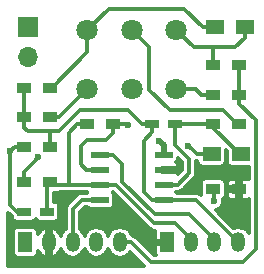
<source format=gtl>
G04 #@! TF.FileFunction,Copper,L1,Top,Signal*
%FSLAX46Y46*%
G04 Gerber Fmt 4.6, Leading zero omitted, Abs format (unit mm)*
G04 Created by KiCad (PCBNEW 4.0.4-1.fc24-product) date Tue Jun  5 15:03:07 2018*
%MOMM*%
%LPD*%
G01*
G04 APERTURE LIST*
%ADD10C,0.100000*%
%ADD11C,1.800000*%
%ADD12R,1.200000X0.900000*%
%ADD13R,1.700000X1.700000*%
%ADD14O,1.700000X1.700000*%
%ADD15R,1.550000X0.600000*%
%ADD16R,1.500000X1.250000*%
%ADD17R,1.200000X0.750000*%
%ADD18R,1.200000X1.700000*%
%ADD19O,1.200000X1.700000*%
%ADD20C,0.600000*%
%ADD21C,0.300000*%
%ADD22C,0.500000*%
G04 APERTURE END LIST*
D10*
D11*
X155750000Y-73500000D03*
X152000000Y-73500000D03*
X148250000Y-73500000D03*
X155750000Y-78500000D03*
X152000000Y-78500000D03*
X148250000Y-78500000D03*
D12*
X142900000Y-86400000D03*
X145100000Y-86400000D03*
X142900000Y-83400000D03*
X145100000Y-83400000D03*
D13*
X143200000Y-73260000D03*
D14*
X143200000Y-75800000D03*
D12*
X142900000Y-80900000D03*
X145100000Y-80900000D03*
X142900000Y-78400000D03*
X145100000Y-78400000D03*
D15*
X154700000Y-87905000D03*
X154700000Y-86635000D03*
X154700000Y-85365000D03*
X154700000Y-84095000D03*
X149300000Y-84095000D03*
X149300000Y-85365000D03*
X149300000Y-86635000D03*
X149300000Y-87905000D03*
D12*
X161100000Y-81500000D03*
X158900000Y-81500000D03*
X158900000Y-76500000D03*
X161100000Y-76500000D03*
D16*
X158750000Y-84000000D03*
X161250000Y-84000000D03*
D12*
X158900000Y-79000000D03*
X161100000Y-79000000D03*
X148200000Y-81500000D03*
X150400000Y-81500000D03*
X158900000Y-87000000D03*
X161100000Y-87000000D03*
D16*
X159050000Y-73300000D03*
X161550000Y-73300000D03*
D17*
X144800000Y-88900000D03*
X142900000Y-88900000D03*
X153750000Y-81500000D03*
X155650000Y-81500000D03*
D18*
X143000000Y-91500000D03*
D19*
X145000000Y-91500000D03*
X147000000Y-91500000D03*
X149000000Y-91500000D03*
X151000000Y-91500000D03*
D18*
X155000000Y-91500000D03*
D19*
X157000000Y-91500000D03*
X159000000Y-91500000D03*
X161000000Y-91500000D03*
D20*
X154300000Y-82900000D03*
X156799994Y-83300000D03*
X161100000Y-85900000D03*
X156100000Y-85300000D03*
X159000000Y-88000000D03*
X151700000Y-81599990D03*
X141700000Y-83800000D03*
X144099998Y-84299998D03*
D21*
X147000000Y-91500000D02*
X147000000Y-88700000D01*
X147000000Y-88700000D02*
X147795000Y-87905000D01*
X147795000Y-87905000D02*
X149300000Y-87905000D01*
X148825000Y-87905000D02*
X149300000Y-87905000D01*
D22*
X154305000Y-82900000D02*
X154300000Y-82900000D01*
X154700000Y-83295000D02*
X154305000Y-82900000D01*
X154700000Y-84095000D02*
X154700000Y-83295000D01*
D21*
X157000000Y-91500000D02*
X157000000Y-91250000D01*
X157000000Y-91250000D02*
X155650000Y-89900000D01*
X155650000Y-89900000D02*
X153900000Y-89900000D01*
X153900000Y-89900000D02*
X150635000Y-86635000D01*
X150635000Y-86635000D02*
X149300000Y-86635000D01*
X149300000Y-86635000D02*
X146700000Y-86635000D01*
X146700000Y-86635000D02*
X145335000Y-86635000D01*
X146700000Y-84050000D02*
X146700000Y-86635000D01*
X145335000Y-86635000D02*
X145100000Y-86400000D01*
X146700000Y-84050000D02*
X146700000Y-82200000D01*
X146700000Y-82200000D02*
X147400000Y-81500000D01*
X147400000Y-81500000D02*
X148200000Y-81500000D01*
X144800000Y-88900000D02*
X144800000Y-86700000D01*
X144800000Y-86700000D02*
X145100000Y-86400000D01*
X157099993Y-83599999D02*
X156799994Y-83300000D01*
X157499994Y-84000000D02*
X157099993Y-83599999D01*
X158750000Y-84000000D02*
X157499994Y-84000000D01*
X161250000Y-84000000D02*
X161125000Y-84000000D01*
X161125000Y-84000000D02*
X158900000Y-81775000D01*
X158900000Y-81775000D02*
X158900000Y-81500000D01*
X155775000Y-86635000D02*
X154700000Y-86635000D01*
X155650000Y-81500000D02*
X155650000Y-83260004D01*
X155650000Y-83260004D02*
X156850002Y-84460006D01*
X156850002Y-84460006D02*
X156850002Y-85660002D01*
X156850002Y-85660002D02*
X155875004Y-86635000D01*
X155875004Y-86635000D02*
X155775000Y-86635000D01*
X158900000Y-81500000D02*
X155650000Y-81500000D01*
X158900000Y-81500000D02*
X159050000Y-81500000D01*
X157405000Y-87905000D02*
X161000000Y-91500000D01*
X154700000Y-87905000D02*
X157405000Y-87905000D01*
X145100000Y-82100000D02*
X145800000Y-82100000D01*
X151650000Y-80300000D02*
X152850000Y-81500000D01*
X145800000Y-82100000D02*
X147600000Y-80300000D01*
X147600000Y-80300000D02*
X151650000Y-80300000D01*
X152850000Y-81500000D02*
X153750000Y-81500000D01*
X145100000Y-83400000D02*
X145100000Y-82650000D01*
X142900000Y-80900000D02*
X142900000Y-78400000D01*
X143200000Y-82100000D02*
X142900000Y-81800000D01*
X142900000Y-81800000D02*
X142900000Y-80900000D01*
X145100000Y-82100000D02*
X143200000Y-82100000D01*
X145100000Y-83400000D02*
X145100000Y-82100000D01*
X153750000Y-81500000D02*
X153750000Y-82175000D01*
X153750000Y-82175000D02*
X153000000Y-82925000D01*
X153000000Y-82925000D02*
X153000000Y-87200000D01*
X153000000Y-87200000D02*
X153705000Y-87905000D01*
X153705000Y-87905000D02*
X154700000Y-87905000D01*
X160775000Y-75000000D02*
X158900000Y-75000000D01*
X158900000Y-75000000D02*
X157250000Y-75000000D01*
X158900000Y-76500000D02*
X158900000Y-75750000D01*
X158900000Y-75750000D02*
X158900000Y-75000000D01*
X157250000Y-75000000D02*
X155750000Y-73500000D01*
X161550000Y-73300000D02*
X161550000Y-74225000D01*
X161550000Y-74225000D02*
X160775000Y-75000000D01*
X159050000Y-73300000D02*
X158000000Y-73300000D01*
X158000000Y-73300000D02*
X156400000Y-71700000D01*
X156400000Y-71700000D02*
X150050000Y-71700000D01*
X150050000Y-71700000D02*
X148250000Y-73500000D01*
X148250000Y-73500000D02*
X148250000Y-75400000D01*
X148250000Y-75400000D02*
X145250000Y-78400000D01*
X145250000Y-78400000D02*
X145100000Y-78400000D01*
X161100000Y-87000000D02*
X161100000Y-85900000D01*
X156035000Y-85365000D02*
X156100000Y-85300000D01*
X154700000Y-85365000D02*
X156035000Y-85365000D01*
X151000000Y-91500000D02*
X151900000Y-91500000D01*
X151900000Y-91500000D02*
X153600000Y-93200000D01*
X153600000Y-93200000D02*
X161400000Y-93200000D01*
X161400000Y-93200000D02*
X162500000Y-92100000D01*
X162500000Y-92100000D02*
X162500000Y-81150000D01*
X162500000Y-81150000D02*
X161100000Y-79750000D01*
X161100000Y-79750000D02*
X161100000Y-79000000D01*
X161100000Y-79000000D02*
X161100000Y-76500000D01*
X159000000Y-91500000D02*
X159000000Y-91250000D01*
X159000000Y-91250000D02*
X156850000Y-89100000D01*
X156850000Y-89100000D02*
X153948542Y-89100000D01*
X158900000Y-87000000D02*
X159000000Y-87100000D01*
X159000000Y-87100000D02*
X159000000Y-88000000D01*
X149300000Y-84095000D02*
X150395000Y-84095000D01*
X150395000Y-84095000D02*
X151200000Y-84900000D01*
X151200000Y-84900000D02*
X151200000Y-86351458D01*
X151200000Y-86351458D02*
X153948542Y-89100000D01*
X152000000Y-73500000D02*
X153500000Y-75000000D01*
X153500000Y-75000000D02*
X153500000Y-78600000D01*
X153500000Y-78600000D02*
X155200000Y-80300000D01*
X155200000Y-80300000D02*
X159750000Y-80300000D01*
X159750000Y-80300000D02*
X160950000Y-81500000D01*
X160950000Y-81500000D02*
X161100000Y-81500000D01*
X148250000Y-78500000D02*
X145850000Y-80900000D01*
X145850000Y-80900000D02*
X145100000Y-80900000D01*
X157900000Y-79000000D02*
X157400000Y-78500000D01*
X157400000Y-78500000D02*
X155750000Y-78500000D01*
X158900000Y-79000000D02*
X157900000Y-79000000D01*
X151600010Y-81500000D02*
X151700000Y-81599990D01*
X150400000Y-81500000D02*
X151600010Y-81500000D01*
X150400000Y-81500000D02*
X150400000Y-82250000D01*
X150400000Y-82250000D02*
X149850000Y-82800000D01*
X148200000Y-82800000D02*
X147700000Y-83300000D01*
X149850000Y-82800000D02*
X148200000Y-82800000D01*
X147700000Y-83300000D02*
X147700000Y-84900000D01*
X148165000Y-85365000D02*
X149300000Y-85365000D01*
X147700000Y-84900000D02*
X148165000Y-85365000D01*
X142900000Y-88900000D02*
X142300000Y-88900000D01*
X142300000Y-88900000D02*
X141700000Y-88300000D01*
X141700000Y-88300000D02*
X141700000Y-83800000D01*
X141700000Y-83800000D02*
X142100000Y-83400000D01*
X142100000Y-83400000D02*
X142900000Y-83400000D01*
X143799999Y-84599997D02*
X144099998Y-84299998D01*
X142900000Y-86400000D02*
X142900000Y-85499996D01*
X142900000Y-85499996D02*
X143799999Y-84599997D01*
G36*
X148196117Y-87254919D02*
X148216442Y-87268806D01*
X148205081Y-87276117D01*
X148185346Y-87305000D01*
X147795000Y-87305000D01*
X147565390Y-87350672D01*
X147370736Y-87480736D01*
X146575736Y-88275736D01*
X146445672Y-88470390D01*
X146400000Y-88700000D01*
X146400000Y-90386879D01*
X146257538Y-90482069D01*
X146029926Y-90822713D01*
X146001719Y-90964522D01*
X145953583Y-90782927D01*
X145702255Y-90453560D01*
X145310725Y-90247030D01*
X145150000Y-90324578D01*
X145150000Y-91350000D01*
X145170000Y-91350000D01*
X145170000Y-91650000D01*
X145150000Y-91650000D01*
X145150000Y-92675422D01*
X145310725Y-92752970D01*
X145702255Y-92546440D01*
X145953583Y-92217073D01*
X146001719Y-92035478D01*
X146029926Y-92177287D01*
X146257538Y-92517931D01*
X146598182Y-92745543D01*
X147000000Y-92825469D01*
X147401818Y-92745543D01*
X147742462Y-92517931D01*
X147970074Y-92177287D01*
X148000000Y-92026838D01*
X148029926Y-92177287D01*
X148257538Y-92517931D01*
X148598182Y-92745543D01*
X149000000Y-92825469D01*
X149401818Y-92745543D01*
X149742462Y-92517931D01*
X149970074Y-92177287D01*
X150000000Y-92026838D01*
X150029926Y-92177287D01*
X150257538Y-92517931D01*
X150598182Y-92745543D01*
X151000000Y-92825469D01*
X151401818Y-92745543D01*
X151742462Y-92517931D01*
X151873417Y-92321945D01*
X153026472Y-93475000D01*
X141525000Y-93475000D01*
X141525000Y-90650000D01*
X141941184Y-90650000D01*
X141941184Y-92350000D01*
X141972562Y-92516760D01*
X142071117Y-92669919D01*
X142221495Y-92772668D01*
X142400000Y-92808816D01*
X143600000Y-92808816D01*
X143766760Y-92777438D01*
X143919919Y-92678883D01*
X144022668Y-92528505D01*
X144058816Y-92350000D01*
X144058816Y-92233322D01*
X144297745Y-92546440D01*
X144689275Y-92752970D01*
X144850000Y-92675422D01*
X144850000Y-91650000D01*
X144830000Y-91650000D01*
X144830000Y-91350000D01*
X144850000Y-91350000D01*
X144850000Y-90324578D01*
X144689275Y-90247030D01*
X144297745Y-90453560D01*
X144058816Y-90766678D01*
X144058816Y-90650000D01*
X144027438Y-90483240D01*
X143928883Y-90330081D01*
X143778505Y-90227332D01*
X143600000Y-90191184D01*
X142400000Y-90191184D01*
X142233240Y-90222562D01*
X142080081Y-90321117D01*
X141977332Y-90471495D01*
X141941184Y-90650000D01*
X141525000Y-90650000D01*
X141525000Y-88973528D01*
X141844594Y-89293122D01*
X141872562Y-89441760D01*
X141971117Y-89594919D01*
X142121495Y-89697668D01*
X142300000Y-89733816D01*
X143500000Y-89733816D01*
X143666760Y-89702438D01*
X143819919Y-89603883D01*
X143849256Y-89560946D01*
X143871117Y-89594919D01*
X144021495Y-89697668D01*
X144200000Y-89733816D01*
X145400000Y-89733816D01*
X145566760Y-89702438D01*
X145719919Y-89603883D01*
X145822668Y-89453505D01*
X145858816Y-89275000D01*
X145858816Y-88525000D01*
X145827438Y-88358240D01*
X145728883Y-88205081D01*
X145578505Y-88102332D01*
X145400000Y-88066184D01*
X145400000Y-87308816D01*
X145700000Y-87308816D01*
X145866760Y-87277438D01*
X145932711Y-87235000D01*
X148183299Y-87235000D01*
X148196117Y-87254919D01*
X148196117Y-87254919D01*
G37*
X148196117Y-87254919D02*
X148216442Y-87268806D01*
X148205081Y-87276117D01*
X148185346Y-87305000D01*
X147795000Y-87305000D01*
X147565390Y-87350672D01*
X147370736Y-87480736D01*
X146575736Y-88275736D01*
X146445672Y-88470390D01*
X146400000Y-88700000D01*
X146400000Y-90386879D01*
X146257538Y-90482069D01*
X146029926Y-90822713D01*
X146001719Y-90964522D01*
X145953583Y-90782927D01*
X145702255Y-90453560D01*
X145310725Y-90247030D01*
X145150000Y-90324578D01*
X145150000Y-91350000D01*
X145170000Y-91350000D01*
X145170000Y-91650000D01*
X145150000Y-91650000D01*
X145150000Y-92675422D01*
X145310725Y-92752970D01*
X145702255Y-92546440D01*
X145953583Y-92217073D01*
X146001719Y-92035478D01*
X146029926Y-92177287D01*
X146257538Y-92517931D01*
X146598182Y-92745543D01*
X147000000Y-92825469D01*
X147401818Y-92745543D01*
X147742462Y-92517931D01*
X147970074Y-92177287D01*
X148000000Y-92026838D01*
X148029926Y-92177287D01*
X148257538Y-92517931D01*
X148598182Y-92745543D01*
X149000000Y-92825469D01*
X149401818Y-92745543D01*
X149742462Y-92517931D01*
X149970074Y-92177287D01*
X150000000Y-92026838D01*
X150029926Y-92177287D01*
X150257538Y-92517931D01*
X150598182Y-92745543D01*
X151000000Y-92825469D01*
X151401818Y-92745543D01*
X151742462Y-92517931D01*
X151873417Y-92321945D01*
X153026472Y-93475000D01*
X141525000Y-93475000D01*
X141525000Y-90650000D01*
X141941184Y-90650000D01*
X141941184Y-92350000D01*
X141972562Y-92516760D01*
X142071117Y-92669919D01*
X142221495Y-92772668D01*
X142400000Y-92808816D01*
X143600000Y-92808816D01*
X143766760Y-92777438D01*
X143919919Y-92678883D01*
X144022668Y-92528505D01*
X144058816Y-92350000D01*
X144058816Y-92233322D01*
X144297745Y-92546440D01*
X144689275Y-92752970D01*
X144850000Y-92675422D01*
X144850000Y-91650000D01*
X144830000Y-91650000D01*
X144830000Y-91350000D01*
X144850000Y-91350000D01*
X144850000Y-90324578D01*
X144689275Y-90247030D01*
X144297745Y-90453560D01*
X144058816Y-90766678D01*
X144058816Y-90650000D01*
X144027438Y-90483240D01*
X143928883Y-90330081D01*
X143778505Y-90227332D01*
X143600000Y-90191184D01*
X142400000Y-90191184D01*
X142233240Y-90222562D01*
X142080081Y-90321117D01*
X141977332Y-90471495D01*
X141941184Y-90650000D01*
X141525000Y-90650000D01*
X141525000Y-88973528D01*
X141844594Y-89293122D01*
X141872562Y-89441760D01*
X141971117Y-89594919D01*
X142121495Y-89697668D01*
X142300000Y-89733816D01*
X143500000Y-89733816D01*
X143666760Y-89702438D01*
X143819919Y-89603883D01*
X143849256Y-89560946D01*
X143871117Y-89594919D01*
X144021495Y-89697668D01*
X144200000Y-89733816D01*
X145400000Y-89733816D01*
X145566760Y-89702438D01*
X145719919Y-89603883D01*
X145822668Y-89453505D01*
X145858816Y-89275000D01*
X145858816Y-88525000D01*
X145827438Y-88358240D01*
X145728883Y-88205081D01*
X145578505Y-88102332D01*
X145400000Y-88066184D01*
X145400000Y-87308816D01*
X145700000Y-87308816D01*
X145866760Y-87277438D01*
X145932711Y-87235000D01*
X148183299Y-87235000D01*
X148196117Y-87254919D01*
G36*
X153475736Y-90324264D02*
X153670390Y-90454328D01*
X153900000Y-90500000D01*
X153975056Y-90500000D01*
X153950000Y-90560490D01*
X153950000Y-91237500D01*
X154062500Y-91350000D01*
X154850000Y-91350000D01*
X154850000Y-91330000D01*
X155150000Y-91330000D01*
X155150000Y-91350000D01*
X155170000Y-91350000D01*
X155170000Y-91650000D01*
X155150000Y-91650000D01*
X155150000Y-91670000D01*
X154850000Y-91670000D01*
X154850000Y-91650000D01*
X154062500Y-91650000D01*
X153950000Y-91762500D01*
X153950000Y-92439510D01*
X154016477Y-92600000D01*
X153848528Y-92600000D01*
X152324264Y-91075736D01*
X152129610Y-90945672D01*
X151988967Y-90917697D01*
X151970074Y-90822713D01*
X151742462Y-90482069D01*
X151401818Y-90254457D01*
X151000000Y-90174531D01*
X150598182Y-90254457D01*
X150257538Y-90482069D01*
X150029926Y-90822713D01*
X150000000Y-90973162D01*
X149970074Y-90822713D01*
X149742462Y-90482069D01*
X149401818Y-90254457D01*
X149000000Y-90174531D01*
X148598182Y-90254457D01*
X148257538Y-90482069D01*
X148029926Y-90822713D01*
X148000000Y-90973162D01*
X147970074Y-90822713D01*
X147742462Y-90482069D01*
X147600000Y-90386879D01*
X147600000Y-88948528D01*
X148043528Y-88505000D01*
X148183299Y-88505000D01*
X148196117Y-88524919D01*
X148346495Y-88627668D01*
X148525000Y-88663816D01*
X150075000Y-88663816D01*
X150241760Y-88632438D01*
X150394919Y-88533883D01*
X150497668Y-88383505D01*
X150533816Y-88205000D01*
X150533816Y-87605000D01*
X150502438Y-87438240D01*
X150403883Y-87285081D01*
X150383558Y-87271194D01*
X150394919Y-87263883D01*
X150403214Y-87251742D01*
X153475736Y-90324264D01*
X153475736Y-90324264D01*
G37*
X153475736Y-90324264D02*
X153670390Y-90454328D01*
X153900000Y-90500000D01*
X153975056Y-90500000D01*
X153950000Y-90560490D01*
X153950000Y-91237500D01*
X154062500Y-91350000D01*
X154850000Y-91350000D01*
X154850000Y-91330000D01*
X155150000Y-91330000D01*
X155150000Y-91350000D01*
X155170000Y-91350000D01*
X155170000Y-91650000D01*
X155150000Y-91650000D01*
X155150000Y-91670000D01*
X154850000Y-91670000D01*
X154850000Y-91650000D01*
X154062500Y-91650000D01*
X153950000Y-91762500D01*
X153950000Y-92439510D01*
X154016477Y-92600000D01*
X153848528Y-92600000D01*
X152324264Y-91075736D01*
X152129610Y-90945672D01*
X151988967Y-90917697D01*
X151970074Y-90822713D01*
X151742462Y-90482069D01*
X151401818Y-90254457D01*
X151000000Y-90174531D01*
X150598182Y-90254457D01*
X150257538Y-90482069D01*
X150029926Y-90822713D01*
X150000000Y-90973162D01*
X149970074Y-90822713D01*
X149742462Y-90482069D01*
X149401818Y-90254457D01*
X149000000Y-90174531D01*
X148598182Y-90254457D01*
X148257538Y-90482069D01*
X148029926Y-90822713D01*
X148000000Y-90973162D01*
X147970074Y-90822713D01*
X147742462Y-90482069D01*
X147600000Y-90386879D01*
X147600000Y-88948528D01*
X148043528Y-88505000D01*
X148183299Y-88505000D01*
X148196117Y-88524919D01*
X148346495Y-88627668D01*
X148525000Y-88663816D01*
X150075000Y-88663816D01*
X150241760Y-88632438D01*
X150394919Y-88533883D01*
X150497668Y-88383505D01*
X150533816Y-88205000D01*
X150533816Y-87605000D01*
X150502438Y-87438240D01*
X150403883Y-87285081D01*
X150383558Y-87271194D01*
X150394919Y-87263883D01*
X150403214Y-87251742D01*
X153475736Y-90324264D01*
G36*
X160041184Y-83764712D02*
X160041184Y-84625000D01*
X160072562Y-84791760D01*
X160171117Y-84944919D01*
X160321495Y-85047668D01*
X160500000Y-85083816D01*
X161900000Y-85083816D01*
X161900000Y-86145766D01*
X161789511Y-86100000D01*
X161362500Y-86100000D01*
X161250000Y-86212500D01*
X161250000Y-86850000D01*
X161270000Y-86850000D01*
X161270000Y-87150000D01*
X161250000Y-87150000D01*
X161250000Y-87787500D01*
X161362500Y-87900000D01*
X161789511Y-87900000D01*
X161900000Y-87854234D01*
X161900000Y-90717840D01*
X161742462Y-90482069D01*
X161401818Y-90254457D01*
X161000000Y-90174531D01*
X160602188Y-90253660D01*
X159098614Y-88750086D01*
X159148530Y-88750130D01*
X159424286Y-88636189D01*
X159635448Y-88425395D01*
X159749869Y-88149839D01*
X159750130Y-87851470D01*
X159741095Y-87829605D01*
X159819919Y-87778883D01*
X159922668Y-87628505D01*
X159958816Y-87450000D01*
X159958816Y-87262500D01*
X160050000Y-87262500D01*
X160050000Y-87539510D01*
X160118508Y-87704904D01*
X160245095Y-87831491D01*
X160410489Y-87900000D01*
X160837500Y-87900000D01*
X160950000Y-87787500D01*
X160950000Y-87150000D01*
X160162500Y-87150000D01*
X160050000Y-87262500D01*
X159958816Y-87262500D01*
X159958816Y-86550000D01*
X159941974Y-86460490D01*
X160050000Y-86460490D01*
X160050000Y-86737500D01*
X160162500Y-86850000D01*
X160950000Y-86850000D01*
X160950000Y-86212500D01*
X160837500Y-86100000D01*
X160410489Y-86100000D01*
X160245095Y-86168509D01*
X160118508Y-86295096D01*
X160050000Y-86460490D01*
X159941974Y-86460490D01*
X159927438Y-86383240D01*
X159828883Y-86230081D01*
X159678505Y-86127332D01*
X159500000Y-86091184D01*
X158300000Y-86091184D01*
X158133240Y-86122562D01*
X157980081Y-86221117D01*
X157877332Y-86371495D01*
X157841184Y-86550000D01*
X157841184Y-87450000D01*
X157851071Y-87502543D01*
X157829264Y-87480736D01*
X157634610Y-87350672D01*
X157405000Y-87305000D01*
X155816701Y-87305000D01*
X155803883Y-87285081D01*
X155783558Y-87271194D01*
X155794919Y-87263883D01*
X155814654Y-87235000D01*
X155875004Y-87235000D01*
X156104614Y-87189328D01*
X156299268Y-87059264D01*
X157274266Y-86084266D01*
X157404330Y-85889613D01*
X157450002Y-85660002D01*
X157450002Y-84590056D01*
X157499994Y-84600000D01*
X157541184Y-84600000D01*
X157541184Y-84625000D01*
X157572562Y-84791760D01*
X157671117Y-84944919D01*
X157821495Y-85047668D01*
X158000000Y-85083816D01*
X159500000Y-85083816D01*
X159666760Y-85052438D01*
X159819919Y-84953883D01*
X159922668Y-84803505D01*
X159958816Y-84625000D01*
X159958816Y-83682344D01*
X160041184Y-83764712D01*
X160041184Y-83764712D01*
G37*
X160041184Y-83764712D02*
X160041184Y-84625000D01*
X160072562Y-84791760D01*
X160171117Y-84944919D01*
X160321495Y-85047668D01*
X160500000Y-85083816D01*
X161900000Y-85083816D01*
X161900000Y-86145766D01*
X161789511Y-86100000D01*
X161362500Y-86100000D01*
X161250000Y-86212500D01*
X161250000Y-86850000D01*
X161270000Y-86850000D01*
X161270000Y-87150000D01*
X161250000Y-87150000D01*
X161250000Y-87787500D01*
X161362500Y-87900000D01*
X161789511Y-87900000D01*
X161900000Y-87854234D01*
X161900000Y-90717840D01*
X161742462Y-90482069D01*
X161401818Y-90254457D01*
X161000000Y-90174531D01*
X160602188Y-90253660D01*
X159098614Y-88750086D01*
X159148530Y-88750130D01*
X159424286Y-88636189D01*
X159635448Y-88425395D01*
X159749869Y-88149839D01*
X159750130Y-87851470D01*
X159741095Y-87829605D01*
X159819919Y-87778883D01*
X159922668Y-87628505D01*
X159958816Y-87450000D01*
X159958816Y-87262500D01*
X160050000Y-87262500D01*
X160050000Y-87539510D01*
X160118508Y-87704904D01*
X160245095Y-87831491D01*
X160410489Y-87900000D01*
X160837500Y-87900000D01*
X160950000Y-87787500D01*
X160950000Y-87150000D01*
X160162500Y-87150000D01*
X160050000Y-87262500D01*
X159958816Y-87262500D01*
X159958816Y-86550000D01*
X159941974Y-86460490D01*
X160050000Y-86460490D01*
X160050000Y-86737500D01*
X160162500Y-86850000D01*
X160950000Y-86850000D01*
X160950000Y-86212500D01*
X160837500Y-86100000D01*
X160410489Y-86100000D01*
X160245095Y-86168509D01*
X160118508Y-86295096D01*
X160050000Y-86460490D01*
X159941974Y-86460490D01*
X159927438Y-86383240D01*
X159828883Y-86230081D01*
X159678505Y-86127332D01*
X159500000Y-86091184D01*
X158300000Y-86091184D01*
X158133240Y-86122562D01*
X157980081Y-86221117D01*
X157877332Y-86371495D01*
X157841184Y-86550000D01*
X157841184Y-87450000D01*
X157851071Y-87502543D01*
X157829264Y-87480736D01*
X157634610Y-87350672D01*
X157405000Y-87305000D01*
X155816701Y-87305000D01*
X155803883Y-87285081D01*
X155783558Y-87271194D01*
X155794919Y-87263883D01*
X155814654Y-87235000D01*
X155875004Y-87235000D01*
X156104614Y-87189328D01*
X156299268Y-87059264D01*
X157274266Y-86084266D01*
X157404330Y-85889613D01*
X157450002Y-85660002D01*
X157450002Y-84590056D01*
X157499994Y-84600000D01*
X157541184Y-84600000D01*
X157541184Y-84625000D01*
X157572562Y-84791760D01*
X157671117Y-84944919D01*
X157821495Y-85047668D01*
X158000000Y-85083816D01*
X159500000Y-85083816D01*
X159666760Y-85052438D01*
X159819919Y-84953883D01*
X159922668Y-84803505D01*
X159958816Y-84625000D01*
X159958816Y-83682344D01*
X160041184Y-83764712D01*
G36*
X156250002Y-84708534D02*
X156250002Y-85411474D01*
X155925000Y-85736476D01*
X155925000Y-85627500D01*
X155812500Y-85515000D01*
X154850000Y-85515000D01*
X154850000Y-85535000D01*
X154550000Y-85535000D01*
X154550000Y-85515000D01*
X154530000Y-85515000D01*
X154530000Y-85215000D01*
X154550000Y-85215000D01*
X154550000Y-85195000D01*
X154850000Y-85195000D01*
X154850000Y-85215000D01*
X155812500Y-85215000D01*
X155925000Y-85102500D01*
X155925000Y-84975490D01*
X155856492Y-84810096D01*
X155779926Y-84733530D01*
X155794919Y-84723883D01*
X155897668Y-84573505D01*
X155933816Y-84395000D01*
X155933816Y-84392348D01*
X156250002Y-84708534D01*
X156250002Y-84708534D01*
G37*
X156250002Y-84708534D02*
X156250002Y-85411474D01*
X155925000Y-85736476D01*
X155925000Y-85627500D01*
X155812500Y-85515000D01*
X154850000Y-85515000D01*
X154850000Y-85535000D01*
X154550000Y-85535000D01*
X154550000Y-85515000D01*
X154530000Y-85515000D01*
X154530000Y-85215000D01*
X154550000Y-85215000D01*
X154550000Y-85195000D01*
X154850000Y-85195000D01*
X154850000Y-85215000D01*
X155812500Y-85215000D01*
X155925000Y-85102500D01*
X155925000Y-84975490D01*
X155856492Y-84810096D01*
X155779926Y-84733530D01*
X155794919Y-84723883D01*
X155897668Y-84573505D01*
X155933816Y-84395000D01*
X155933816Y-84392348D01*
X156250002Y-84708534D01*
M02*

</source>
